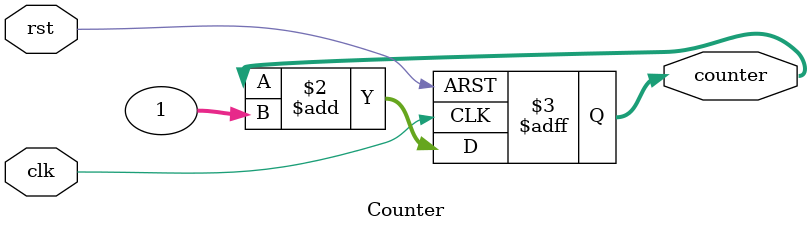
<source format=sv>
module Clk_divider (	input logic inclk, Reset,
						input logic [31:0] div_clk_count, 
						output logic outclk, outclk_Not);
	logic [31:0] counter;
	logic rst;
	
	Counter COUNTER (.clk(inclk), .rst(rst), .counter(counter));
	
	always_ff @(posedge inclk)
		if (div_clk_count == 1)
			outclk <= ~outclk;
		else
			if (counter >= div_clk_count-32'b1) 
				begin
					rst <= 1'b1;
					outclk <= ~outclk;
				end
			else 
				rst <= 1'b0;
			
endmodule


module Counter (input logic clk, rst, output logic [31:0] counter);
	always_ff @(posedge clk, posedge rst)
		if (rst) 
				counter <= 32'b1;
		else
			counter <= counter + 32'b1;
endmodule
</source>
